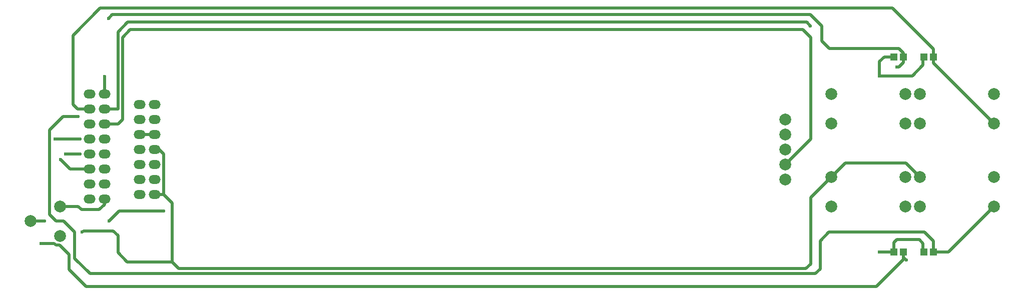
<source format=gtl>
G04 DipTrace 3.0.0.2*
G04 FrontPanel.GTL*
%MOMM*%
G04 #@! TF.FileFunction,Copper,L1,Top*
G04 #@! TF.Part,Single*
G04 #@! TA.AperFunction,Conductor*
%ADD14C,0.5*%
G04 #@! TA.AperFunction,ComponentPad*
%ADD16O,2.0X1.5*%
%ADD17C,2.0*%
%ADD18R,1.3X1.2*%
G04 #@! TA.AperFunction,ComponentPad*
%ADD19C,2.0*%
G04 #@! TA.AperFunction,ViaPad*
%ADD20C,0.6*%
%FSLAX35Y35*%
G04*
G71*
G90*
G75*
G01*
G04 Top*
%LPD*%
X13398500Y-444500D2*
D14*
X13335000Y-381000D1*
X1845950D1*
X1682000Y-544950D1*
Y-1854000D1*
X1454000D1*
X710010Y-2705000D2*
X875010Y-2870000D1*
X1200000D1*
X1040000Y-2616000D2*
X800010D1*
X1454000Y-2108000D2*
X1682000D1*
X1762000Y-2028000D1*
Y-638350D1*
X1892350Y-508000D1*
X13270650D1*
X13401000Y-638350D1*
Y-2359000D1*
X12968000Y-2792000D1*
X440000Y-3750000D2*
X200000D1*
X2455000Y-3578000D2*
X1706003D1*
X1534000Y-3750000D1*
X1454000Y-3378000D2*
Y-3467250D1*
X1365250Y-3556000D1*
X1067000D1*
X1011000Y-3500000D1*
X700000D1*
X15250000Y-3000000D2*
X15015000Y-2765000D1*
X13985000D1*
X13750000Y-3000000D1*
X13401000Y-3349000D1*
Y-4475060D1*
X13321000Y-4555060D1*
X2713560D1*
X2601000Y-4442500D1*
Y-3446000D1*
X2455000Y-3300000D1*
Y-2613750D1*
X2379250Y-2538000D1*
X2300000D1*
Y-3300000D2*
X2455000D1*
X2300000Y-2284000D2*
X2046000D1*
X2601000Y-4442500D2*
X1839000D1*
X1682000Y-4285500D1*
Y-3994000D1*
X1602000Y-3914000D1*
X1102500D1*
X1079500Y-3937000D1*
X1454000Y-1305000D2*
Y-1600000D1*
X14808133Y-4270000D2*
X14565000D1*
Y-1295000D2*
Y-1048000D1*
X14645000Y-968000D1*
X14808133D1*
Y-4270000D2*
Y-4114867D1*
X14859000Y-4064000D1*
X15240000D1*
X15303500Y-4127500D1*
Y-4257367D1*
X15316133Y-4270000D1*
X14565000Y-1295000D2*
X15119750D1*
X15303500Y-1111250D1*
Y-980633D1*
X15316133Y-968000D1*
X1524000Y-317500D2*
X1587500Y-254000D1*
X13398500D1*
X13589000Y-444500D1*
Y-698500D1*
X13716000Y-825500D1*
X14890750D1*
X14968167Y-902917D1*
Y-968000D1*
X1040000Y-2362000D2*
X620020D1*
X14968167Y-968000D2*
Y-1065583D1*
X14890750Y-1143000D1*
X14859000D1*
X15017750Y-4413250D2*
X14968167Y-4363667D1*
Y-4270000D1*
X381000Y-4127500D2*
X603250D1*
X635000Y-4159250D1*
X698500D1*
X857250Y-4318000D1*
Y-4572000D1*
X1143000Y-4857750D1*
X14509750D1*
X14968167Y-4399333D1*
Y-4270000D1*
X16500000Y-2100000D2*
X15476167Y-1076167D1*
Y-968000D1*
Y-839417D1*
X14781750Y-145000D1*
X1379000D1*
X920060Y-603940D1*
Y-1774000D1*
X1000060Y-1854000D1*
X1200000D1*
X1005050Y-1978000D2*
X752500D1*
X525000Y-2205500D1*
Y-3636500D1*
X635000Y-3746500D1*
X762000D1*
X952500Y-3937000D1*
Y-4381500D1*
X1211060Y-4640060D1*
X13481000D1*
X13561000Y-4560060D1*
Y-4085000D1*
X13709000Y-3937000D1*
X15328137D1*
X15476133Y-4084997D1*
Y-4270000D1*
X15730000D1*
X16500000Y-3500000D1*
D20*
X13398500Y-444500D3*
X710010Y-2705000D3*
X800010Y-2616000D3*
X1040000D3*
X440000Y-3750000D3*
X1534000D3*
X2455000Y-3578000D3*
X1079500Y-3937000D3*
X14565000Y-4270000D3*
X1454000Y-1305000D3*
X14565000Y-1295000D3*
X14859000Y-1143000D3*
X1524000Y-317500D3*
X620020Y-2362000D3*
X1040000D3*
X381000Y-4127500D3*
X15017750Y-4413250D3*
X1005050Y-1978000D3*
D16*
X1454000Y-1600000D3*
X1200000D3*
X1454000Y-1854000D3*
X1200000D3*
X1454000Y-2108000D3*
X1200000D3*
X1454000Y-2362000D3*
X1200000D3*
X1454000Y-2616000D3*
X1200000D3*
X1454000Y-2870000D3*
X1200000D3*
X1454000Y-3124000D3*
X1200000D3*
X1454000Y-3378000D3*
X1200000D3*
X2300000Y-3300000D3*
X2046000D3*
X2300000Y-3046000D3*
X2046000D3*
X2300000Y-2792000D3*
X2046000D3*
X2300000Y-2538000D3*
X2046000D3*
X2300000Y-2284000D3*
X2046000D3*
X2300000Y-2030000D3*
X2046000D3*
X2300000Y-1776000D3*
X2046000D3*
D17*
X12968000Y-3046000D3*
Y-2792000D3*
Y-2538000D3*
Y-2284000D3*
Y-2030000D3*
D18*
X14968167Y-968000D3*
X14808133D3*
X14968167Y-4270000D3*
X14808133D3*
X15476167Y-968000D3*
X15316133D3*
X15476167Y-4270000D3*
X15316133D3*
D19*
X15000000Y-2100000D3*
X13750000D3*
X15000000Y-1600000D3*
X13750000D3*
X15000000Y-3500000D3*
X13750000D3*
X15000000Y-3000000D3*
X13750000D3*
X16500000Y-2100000D3*
X15250000D3*
X16500000Y-1600000D3*
X15250000D3*
X16500000Y-3500000D3*
X15250000D3*
X16500000Y-3000000D3*
X15250000D3*
X700000Y-4000000D3*
X200000Y-3750000D3*
X700000Y-3500000D3*
M02*

</source>
